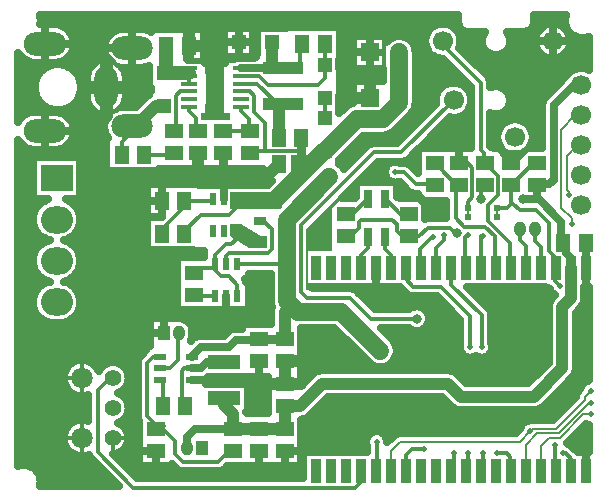
<source format=gbr>
G04 DipTrace 3.3.1.3*
G04 Top.gbr*
%MOIN*%
G04 #@! TF.FileFunction,Copper,L1,Top*
G04 #@! TF.Part,Single*
G04 #@! TA.AperFunction,CopperBalancing*
%ADD13C,0.03937*%
G04 #@! TA.AperFunction,Nonconductor*
%ADD14C,0.012992*%
G04 #@! TA.AperFunction,CopperBalancing*
%ADD15C,0.025984*%
G04 #@! TA.AperFunction,ViaPad*
%ADD18C,0.019685*%
G04 #@! TA.AperFunction,Conductor*
%ADD20C,0.007874*%
%ADD21C,0.047244*%
%ADD22C,0.059055*%
G04 #@! TA.AperFunction,CopperBalancing*
%ADD23C,0.031496*%
G04 #@! TA.AperFunction,Conductor*
%ADD24C,0.011811*%
G04 #@! TA.AperFunction,Nonconductor*
%ADD25C,0.003937*%
G04 #@! TA.AperFunction,CopperBalancing*
%ADD26C,0.025*%
G04 #@! TA.AperFunction,Nonconductor*
%ADD27C,0.043307*%
%ADD28C,0.017717*%
%ADD30R,0.059055X0.051181*%
%ADD31R,0.051181X0.059055*%
%ADD33R,0.047244X0.047244*%
%ADD37R,0.031496X0.062992*%
G04 #@! TA.AperFunction,ComponentPad*
%ADD38O,0.137795X0.07874*%
%ADD39O,0.07874X0.137795*%
%ADD40O,0.141732X0.07874*%
%ADD41C,0.066929*%
%ADD42R,0.066929X0.066929*%
%ADD43R,0.05937X0.05937*%
%ADD44C,0.05937*%
%ADD45R,0.106299X0.090551*%
%ADD46O,0.106299X0.090551*%
%ADD49R,0.03937X0.051181*%
%ADD50O,0.03937X0.051181*%
%ADD53R,0.133858X0.043307*%
%ADD54R,0.106299X0.045276*%
%ADD56R,0.041339X0.025591*%
%ADD57R,0.019685X0.019685*%
%ADD60R,0.043307X0.023622*%
%ADD65R,0.055118X0.011811*%
%ADD66R,0.062992X0.110236*%
%ADD68R,0.023622X0.043307*%
G04 #@! TA.AperFunction,ComponentPad*
%ADD69C,0.055118*%
%ADD70C,0.070866*%
%ADD71R,0.035433X0.07874*%
%ADD72R,0.11811X0.19685*%
G04 #@! TA.AperFunction,ViaPad*
%ADD73C,0.04*%
%FSLAX26Y26*%
G04*
G70*
G90*
G75*
G01*
G04 Top*
%LPD*%
X3507874Y519685D2*
D13*
Y594488D1*
X3559055D1*
X3633858Y669291D1*
X4043307D1*
X4461811Y1055512D2*
Y953937D1*
X4433071Y925197D1*
Y720472D1*
X4338583Y625984D1*
X4094488D1*
X4051181Y669291D1*
X4043307D1*
X3421260Y519685D2*
X3507874D1*
X4461811Y1055512D2*
D15*
Y1089370D1*
X4444882Y1106299D1*
Y1137795D1*
X4437008D1*
X4429134D1*
Y1208661D1*
X4354331Y1283465D1*
X4303150D1*
X4350394Y1330709D2*
Y1283465D1*
X4303150D1*
X3921260Y1161417D2*
D14*
X3897638D1*
X3881890Y1177165D1*
Y1200787D1*
X3866142Y1216535D1*
X3763780D1*
X3755906Y1208661D1*
Y1188976D1*
X3736220Y1169291D1*
X3720472D1*
X3712598Y1161417D1*
X4082677Y1173228D2*
Y1165354D1*
X4059055Y1188976D1*
X3984252D1*
X3956693Y1161417D1*
X3921260D1*
X4177165Y1330709D2*
X4161417D1*
Y1283465D1*
X4350394Y1330709D2*
D15*
X4354331Y1334646D1*
X4390399D1*
X4405512Y1349759D1*
Y1598425D1*
X4470866Y1663780D1*
X4496063D1*
X3425197Y515748D2*
D13*
X3421260Y519685D1*
X3181693Y454134D2*
D15*
Y492839D1*
X3208539Y519685D1*
X3335467D1*
X3307087Y622047D2*
D13*
Y598425D1*
X3335467Y570045D1*
Y519685D1*
X3421260D1*
X4003937Y1157480D2*
D14*
X4000000D1*
X3960630Y1118110D1*
Y1056693D1*
X3961811Y1055512D1*
X4039370Y1165354D2*
Y1149606D1*
X4011811Y1122047D1*
Y1055512D1*
X4511811Y1137795D2*
D15*
Y1055118D1*
X4118110Y1224409D2*
D20*
Y1255906D1*
X3354331Y1807087D2*
D14*
X3326772D1*
X3296369Y1792706D1*
X3256999Y1659726D1*
X3275591Y1656496D1*
X4090551Y1405512D2*
X4118110D1*
X4133858Y1389764D1*
Y1291339D1*
X4118110Y1275591D1*
Y1255906D1*
X4263780Y1405512D2*
X4275591D1*
X4346457Y1476378D1*
Y1649606D1*
X4460630Y1763780D1*
X4496063D1*
X4515748Y496063D2*
D15*
X4511850D1*
Y377480D1*
X3305118Y1283465D2*
D14*
Y1342520D1*
X3397638D1*
X3401575Y1338583D1*
X3507874Y744094D2*
D13*
Y669291D1*
Y818898D2*
D15*
X3511811D1*
X3657480Y1358268D2*
D22*
X3515748Y1216535D1*
Y1175197D1*
Y1066929D1*
Y944882D1*
X3551181Y909449D1*
X3696850D1*
X3826772Y779528D1*
X3350394Y1066929D2*
D14*
X3515748D1*
X3507874Y818898D2*
D13*
Y909449D1*
X3551181D1*
X3507874Y822835D2*
D15*
Y818898D1*
X3199969Y758067D2*
Y762961D1*
X3228346Y791339D1*
X3322835D1*
X3346291Y814795D1*
X3425362D1*
X3421260Y818898D1*
D23*
X3507874D1*
X3948819Y885827D2*
D14*
X3795276D1*
X3724409Y956693D1*
X3582677D1*
X3562992Y976378D1*
Y1196850D1*
X3806362Y1440220D1*
X3896913D1*
X4070866Y1614173D1*
X4118110Y1165354D2*
X4110236Y1157480D1*
Y1090551D1*
X4111811Y1088976D1*
Y1055512D1*
X4165354Y791339D2*
Y897638D1*
X4062992Y1000000D1*
Y1019685D1*
X4061811Y1020866D1*
Y1055512D1*
X4169291Y1161417D2*
X4161811D1*
Y1055512D1*
X3093669Y683264D2*
X3099206D1*
X3102362Y680108D1*
Y594488D1*
X3199969Y720665D2*
D15*
X3228539D1*
X3248031Y740157D1*
X3307087D1*
X3199969Y720665D2*
D14*
X3173421D1*
X3165354Y712598D1*
Y622047D1*
X3177165Y610236D1*
Y594488D1*
X3093669Y758067D2*
X3069091D1*
X3049714Y738690D1*
Y560522D1*
X3082677Y527559D1*
X3106299D1*
X3098425Y519685D1*
X3078740D1*
X3101983D1*
X3142143Y479525D1*
Y436597D1*
X3169291Y409449D1*
X3287402D1*
X3322835Y444882D1*
X3335467D1*
X3188976Y1592520D2*
D24*
Y1578740D1*
D14*
X3212598Y1555118D1*
Y1511811D1*
X3216535Y1515748D1*
X3220472Y1511811D1*
X3000000Y1527559D2*
D13*
X3011811D1*
X3078740Y1594488D1*
X3106299D1*
X3000000Y1527559D2*
D14*
Y1511811D1*
X2964567Y1476378D1*
Y1433071D1*
X3188976Y1643701D2*
D24*
X3159449D1*
D14*
X3145669Y1629921D1*
Y1531496D1*
X3137795Y1523622D1*
Y1511811D1*
X3362205Y1720472D2*
D15*
X3503937D1*
D13*
X3464567D1*
Y1807087D1*
X3503937Y1720472D2*
D14*
X3559055D1*
Y1803150D1*
X3566929D1*
X3362205Y1694882D2*
D24*
X3423228D1*
D14*
X3452756Y1665354D1*
X3618110D1*
X3641732Y1688976D1*
Y1732283D1*
Y1803150D1*
X3503937Y1602362D2*
D13*
X3488189D1*
Y1488189D1*
X3503937Y1602362D2*
D14*
Y1610236D1*
X3476378D1*
X3417323Y1669291D1*
D24*
X3362205D1*
X3562992Y1488189D2*
D23*
Y1444434D1*
Y1401575D1*
X3889761Y1623228D2*
D22*
Y1606297D1*
X3834646Y1551181D1*
X3748031D1*
X3641732Y1444882D1*
D14*
X3633858Y1437008D1*
D22*
X3480315Y1283465D1*
D14*
X3342520D1*
X3562992Y1401575D2*
X3598425D1*
X3641732Y1444882D1*
X3342520Y1283465D2*
Y1251969D1*
X3322835Y1232283D1*
X3228346D1*
X3173228Y1177165D1*
Y1169291D1*
X3889761Y1773622D2*
D22*
Y1623228D1*
X3562992Y1444434D2*
D14*
X3443525D1*
X3399159D1*
X3391732Y1437008D1*
X3362205Y1643701D2*
D24*
X3392255D1*
D14*
X3407176Y1628780D1*
Y1573820D1*
X3443525Y1537471D1*
Y1444434D1*
X3876986Y1374356D2*
X3904185D1*
X3944749Y1333791D1*
X4007874D1*
Y1330709D1*
X3303150Y1511811D2*
X3391732D1*
X3389764D1*
Y1551181D1*
D24*
X3362205Y1578740D1*
Y1592520D1*
X3641732Y1622047D2*
D14*
Y1555118D1*
X3188976Y1694882D2*
D24*
Y1720472D1*
Y1669291D2*
Y1694882D1*
X3114173Y1795276D2*
D21*
Y1712598D1*
X3106299Y1704724D1*
X3188976Y1720472D2*
D14*
Y1704724D1*
D21*
X3106299D1*
X3425197Y1212598D2*
D14*
X3437008D1*
X3464567Y1185039D1*
Y1118110D1*
X3452756Y1106299D1*
X3322835D1*
X3311024Y1094488D1*
Y1066929D1*
X3312992D1*
X3204724Y1039370D2*
X3224409D1*
Y1055118D1*
X3275591D1*
Y1066929D1*
X3342520Y1177165D2*
X3350394D1*
X3389764Y1137795D1*
X3425197D1*
X3350394Y960630D2*
Y1000000D1*
X3322835Y1027559D1*
X3295276D1*
X3275591Y1047244D1*
Y1066929D1*
X3342520Y1177165D2*
Y1145912D1*
X3330466Y1133858D1*
X3311024D1*
X3275591Y1098425D1*
Y1066929D1*
X3098425Y1169291D2*
Y1185039D1*
X3173228Y1259843D1*
Y1279528D1*
X3263780D1*
X3267717Y1283465D1*
X3204724Y964567D2*
Y960630D1*
X3275591D1*
X4350394Y1405512D2*
D20*
X4338583D1*
D14*
X4263780Y1330709D1*
X4216535Y1224409D2*
D20*
Y1255906D1*
X4263780Y1330709D2*
D14*
Y1275591D1*
X4269583Y1269787D1*
X4291339Y1248031D1*
X4346457D1*
X4389764Y1204724D1*
Y1110236D1*
X4405512Y1094488D1*
Y1055512D1*
X4411811D1*
X4216535Y1255906D2*
X4248031D1*
X4261913Y1269787D1*
X4269583D1*
X4425197Y996063D2*
X4409449Y1011811D1*
Y1053150D1*
X4411811Y1055512D1*
X4311850Y377480D2*
D20*
X4311024D1*
Y464567D1*
X4350394Y503937D1*
X4421260D1*
X4523622Y606299D1*
X4527559D1*
X4496063Y1463780D2*
X4483465D1*
X4448819Y1429134D1*
Y1314961D1*
X4456693Y1307087D1*
Y1299213D1*
X4361850Y377480D2*
Y460276D1*
X4389764Y488189D1*
X4425197D1*
X4503937Y566929D1*
X4527559D1*
X4464567Y1200787D2*
Y1220472D1*
X4429134Y1255906D1*
Y1515748D1*
X4477165Y1563780D1*
X4496063D1*
X3862192Y377478D2*
Y444869D1*
X3893701Y476378D1*
X4291339D1*
X4326772Y511811D1*
X4334646Y519685D1*
X4413386D1*
X4507874Y614173D1*
Y625984D1*
X4527559Y645669D1*
X3842520Y1283465D2*
D14*
X3846457D1*
X3893701Y1236220D1*
X3921260D1*
X3787402Y1283465D2*
X3783465D1*
X3736220Y1236220D1*
X3712598D1*
X4125984Y791339D2*
Y893701D1*
X4027559Y992126D1*
X3937008D1*
X3911811Y1017323D1*
Y1055512D1*
X3842520Y1157480D2*
Y1118110D1*
X3861811Y1098819D1*
Y1055512D1*
X3787402Y1157480D2*
Y1122047D1*
X3762151Y1096797D1*
Y1055508D1*
X4035433Y1811024D2*
Y1799213D1*
X4161417Y1673228D1*
Y1448819D1*
X4173228Y1437008D1*
Y1405512D1*
X4177165D1*
X4220472Y1362205D1*
Y1299213D1*
X4185039Y1263780D1*
Y1212598D1*
X4259843Y1137795D1*
Y1057480D1*
X4261811Y1055512D1*
X3039370Y1433071D2*
X3133858D1*
X3137795Y1437008D1*
X4007874Y1405512D2*
X4031496D1*
Y1381890D1*
X4066929Y1346457D1*
Y1330709D1*
X4090551D1*
X4078740D1*
Y1220472D1*
X4106299Y1192913D1*
X4177165D1*
X4208661Y1161417D1*
Y1055512D1*
X4211811D1*
X3972441Y452756D2*
X3933071D1*
X3912192Y431877D1*
Y377478D1*
X4070866Y437008D2*
Y386152D1*
X4062192Y377478D1*
X4118110Y437008D2*
Y383740D1*
X4111850Y377480D1*
X4169291Y437008D2*
Y384921D1*
X4161850Y377480D1*
X4216535Y437008D2*
X4248031D1*
X4259843Y425197D1*
Y379488D1*
X4261850Y377480D1*
X3814961Y476378D2*
Y380247D1*
X3812192Y377478D1*
X3762192D2*
Y340932D1*
X3744094Y322835D1*
X3003937D1*
X2885827Y440945D1*
Y649606D1*
X2924409Y688189D1*
X2935039D1*
X3093669Y720665D2*
X3126177D1*
X3153543Y748031D1*
Y837205D1*
X3154921D1*
X4361811Y1055512D2*
Y1126378D1*
X4342520Y1145669D1*
Y1185039D1*
X4311811Y1055512D2*
Y1129134D1*
X4292520Y1148425D1*
Y1185039D1*
X4411850Y377480D2*
X4409449D1*
Y464567D1*
X4461850Y377480D2*
Y420039D1*
X4444882Y437008D1*
X4437008D1*
D13*
X3657480Y1358268D3*
D73*
X4043307Y669291D3*
X4515748Y496063D3*
D18*
X4169291Y1161417D3*
X4165354Y791339D3*
X4118110Y1165354D3*
X4125984Y791339D3*
X4039370Y1165354D3*
X4003937Y1157480D3*
X4527559Y645669D3*
Y606299D3*
Y566929D3*
X4464567Y1200787D3*
X4456693Y1299213D3*
D13*
X3826772Y779528D3*
D23*
X3948819Y885827D3*
D73*
X4007874Y944882D3*
D23*
X4303150Y1283465D3*
D18*
X3876986Y1374356D3*
D23*
X4161417Y1283465D3*
D18*
X4326772Y511811D3*
D23*
X4082677Y1173228D3*
D73*
X3401575Y598425D3*
X4381890Y976378D3*
X3874016D3*
X3759843D3*
X4141732D3*
X4381890Y767717D3*
X3070866Y370079D3*
D18*
X3263780Y1624016D3*
D73*
X3401575Y921260D3*
Y1338583D3*
Y370079D3*
Y679790D3*
Y997375D3*
X2889764Y1158793D3*
Y1006562D3*
D18*
X4425197Y996063D3*
D73*
X2889764Y837385D3*
Y1311024D3*
X3464567Y1868110D3*
D18*
X3291339Y1624016D3*
X4409449Y464567D3*
X4437008Y437008D3*
X3972441Y452756D3*
X4070866Y437008D3*
X4118110D3*
X4169291D3*
D73*
X3637518Y590551D3*
D18*
X4216535Y437008D3*
D73*
X3637518Y492126D3*
D18*
X3251969Y1775591D3*
D73*
X3921260Y1868110D3*
D18*
X3295276Y1775591D3*
D73*
X4263780Y976378D3*
Y767717D3*
X4480315Y464567D3*
D18*
X3814961Y476378D3*
X3263780Y1578740D3*
X3291339D3*
X3277559Y1600394D3*
X3251969Y1816929D3*
X3295276D3*
X3273622Y1797244D3*
X2696791Y1872080D2*
D26*
X4083559D1*
X4341614D2*
X4441001D1*
X2790018Y1847211D2*
X2943339D1*
X3242374D2*
X3302899D1*
X3695125D2*
X3986635D1*
X4084253D2*
X4098487D1*
X4326722D2*
X4352762D1*
X2804444Y1822343D2*
X2913555D1*
X3242374D2*
X3302899D1*
X3695125D2*
X3733832D1*
X3848853D2*
X3861759D1*
X3917786D2*
X3975260D1*
X4095592D2*
X4164513D1*
X4260696D2*
X4341387D1*
X4461755D2*
X4485892D1*
X2807098Y1797474D2*
X2904081D1*
X3242374D2*
X3302899D1*
X3695125D2*
X3733832D1*
X3941828D2*
X3975727D1*
X4095126D2*
X4165123D1*
X4260050D2*
X4341890D1*
X4461252D2*
X4521597D1*
X2799671Y1772605D2*
X2905014D1*
X3242374D2*
X3302899D1*
X3695125D2*
X3733832D1*
X3947247D2*
X3988466D1*
X4109516D2*
X4183101D1*
X4242108D2*
X4354592D1*
X4448549D2*
X4521597D1*
X2622475Y1747736D2*
X2641302D1*
X2776024D2*
X2888615D1*
X3244348D2*
X3306845D1*
X3693151D2*
X3733832D1*
X3947104D2*
X4039421D1*
X4134383D2*
X4521597D1*
X2622475Y1722867D2*
X2707688D1*
X2796226D2*
X2857038D1*
X3036399D2*
X3054867D1*
X3693151D2*
X3733832D1*
X3947104D2*
X4064289D1*
X4159251D2*
X4521597D1*
X2622475Y1697999D2*
X2683286D1*
X2820627D2*
X2847134D1*
X2979630D2*
X3054867D1*
X3696093D2*
X3832406D1*
X3947104D2*
X4089157D1*
X4184118D2*
X4445774D1*
X2622475Y1673130D2*
X2673454D1*
X2830459D2*
X2846201D1*
X2980563D2*
X3054867D1*
X3696093D2*
X3733832D1*
X3947104D2*
X4114025D1*
X4195709D2*
X4423562D1*
X2622475Y1648261D2*
X2672413D1*
X2831500D2*
X2846201D1*
X2980563D2*
X3059138D1*
X3696093D2*
X3733832D1*
X3947104D2*
X4020475D1*
X4247419D2*
X4398694D1*
X2622475Y1623392D2*
X2679769D1*
X2824180D2*
X2846379D1*
X2980420D2*
X3041518D1*
X3693151D2*
X3733832D1*
X3947247D2*
X4010319D1*
X4261161D2*
X4373970D1*
X2622475Y1598524D2*
X2699039D1*
X2804909D2*
X2853269D1*
X2973493D2*
X3016651D1*
X3693151D2*
X3717864D1*
X3946529D2*
X4007736D1*
X4259367D2*
X4364711D1*
X2622475Y1573655D2*
X2655727D1*
X2761597D2*
X2875734D1*
X3936339D2*
X3982867D1*
X4238843D2*
X4364711D1*
X2795723Y1548786D2*
X2906881D1*
X3912295D2*
X3958000D1*
X4052962D2*
X4127122D1*
X4195709D2*
X4257454D1*
X4293709D2*
X4364711D1*
X2806202Y1523917D2*
X2903400D1*
X3887428D2*
X3933133D1*
X4028094D2*
X4127122D1*
X4195709D2*
X4223651D1*
X4327512D2*
X4364711D1*
X2806058Y1499049D2*
X2909930D1*
X3854164D2*
X3908265D1*
X4003226D2*
X4127122D1*
X4195709D2*
X4214715D1*
X4336448D2*
X4364711D1*
X2795257Y1474180D2*
X2911151D1*
X3751068D2*
X3883396D1*
X3978358D2*
X4127122D1*
X4195709D2*
X4217119D1*
X4334043D2*
X4364711D1*
X2622475Y1449311D2*
X2658024D1*
X2759301D2*
X2911151D1*
X3726201D2*
X3767958D1*
X2622475Y1424442D2*
X2667067D1*
X2828988D2*
X2911151D1*
X3701333D2*
X3743089D1*
X3928623D2*
X3950537D1*
X2622475Y1399573D2*
X2667067D1*
X2828988D2*
X2911151D1*
X3696058D2*
X3718222D1*
X3813184D2*
X3849988D1*
X3926075D2*
X3950537D1*
X2622475Y1374705D2*
X2667067D1*
X2828988D2*
X3434773D1*
X3788316D2*
X3839331D1*
X2622475Y1349836D2*
X2667067D1*
X2828988D2*
X3434773D1*
X3763449D2*
X3849307D1*
X2622475Y1324967D2*
X2667067D1*
X2828988D2*
X3045034D1*
X3886064D2*
X3906076D1*
X2622475Y1300098D2*
X2667067D1*
X2828988D2*
X3045034D1*
X3713713D2*
X3743844D1*
X3886064D2*
X3950537D1*
X2622475Y1275230D2*
X2698429D1*
X2797626D2*
X3045034D1*
X3978610D2*
X4044445D1*
X2622475Y1250361D2*
X2675715D1*
X2820375D2*
X3045034D1*
X3978610D2*
X4044445D1*
X2622475Y1225492D2*
X2667640D1*
X2828413D2*
X3045034D1*
X3978610D2*
X4044445D1*
X2622475Y1200623D2*
X2668896D1*
X2827157D2*
X3045034D1*
X2622475Y1175755D2*
X2680056D1*
X2816034D2*
X3045034D1*
X2622475Y1150886D2*
X2711706D1*
X2784348D2*
X3045034D1*
X2622475Y1126017D2*
X2685260D1*
X2810831D2*
X3045034D1*
X2622475Y1101148D2*
X2670727D1*
X2825328D2*
X3235975D1*
X2622475Y1076280D2*
X2667102D1*
X2828953D2*
X3147377D1*
X2622475Y1051411D2*
X2672593D1*
X2823497D2*
X3147377D1*
X2622475Y1026542D2*
X2690140D1*
X2805915D2*
X3147377D1*
X3390001D2*
X3458420D1*
X2622475Y1001673D2*
X2701694D1*
X2794396D2*
X3147377D1*
X3390001D2*
X3458420D1*
X2622475Y976804D2*
X2676864D1*
X2819192D2*
X3147377D1*
X3390001D2*
X3458420D1*
X3751786D2*
X3904856D1*
X4133665D2*
X4393276D1*
X2622475Y951936D2*
X2667928D1*
X2828127D2*
X3147377D1*
X3390001D2*
X3458420D1*
X3776654D2*
X4020260D1*
X4158533D2*
X4394387D1*
X2622475Y927067D2*
X2668466D1*
X2827625D2*
X3147377D1*
X3390001D2*
X3461399D1*
X3801521D2*
X4045127D1*
X4183400D2*
X4385596D1*
X4500402D2*
X4521597D1*
X2622475Y902198D2*
X2678657D1*
X2817398D2*
X3460394D1*
X3988980D2*
X4069995D1*
X4199333D2*
X4385560D1*
X4480558D2*
X4521597D1*
X2622475Y877329D2*
X2707077D1*
X2788978D2*
X3057415D1*
X3186646D2*
X3460394D1*
X3991492D2*
X4091669D1*
X4199656D2*
X4385560D1*
X4480558D2*
X4521597D1*
X2622475Y852461D2*
X3057415D1*
X3201430D2*
X3336845D1*
X3565224D2*
X3673798D1*
X3833888D2*
X3922403D1*
X3975236D2*
X4091669D1*
X4199656D2*
X4385560D1*
X4480558D2*
X4521597D1*
X2622475Y827592D2*
X3057415D1*
X3565224D2*
X3698665D1*
X3858757D2*
X4091669D1*
X4199656D2*
X4385560D1*
X4480558D2*
X4521597D1*
X2622475Y802723D2*
X3057415D1*
X3565224D2*
X3723533D1*
X3878959D2*
X4090234D1*
X4201127D2*
X4385560D1*
X4480558D2*
X4521597D1*
X2622475Y777854D2*
X3041411D1*
X3565224D2*
X3748400D1*
X3884091D2*
X4091022D1*
X4200302D2*
X4385560D1*
X4480558D2*
X4521597D1*
X2622475Y752986D2*
X3018803D1*
X3565224D2*
X3773269D1*
X3877273D2*
X4385560D1*
X4480558D2*
X4521597D1*
X2622475Y728117D2*
X2783618D1*
X2880159D2*
X2897874D1*
X2972202D2*
X3015395D1*
X3565224D2*
X3805169D1*
X3848350D2*
X4374580D1*
X4480558D2*
X4521597D1*
X2622475Y703248D2*
X2770556D1*
X2988206D2*
X3015395D1*
X3565224D2*
X3601849D1*
X4083213D2*
X4349713D1*
X4477148D2*
X4521597D1*
X2622475Y678379D2*
X2769444D1*
X2989499D2*
X3015395D1*
X3249444D2*
X3450526D1*
X4108223D2*
X4324844D1*
X4457126D2*
X4512196D1*
X2622475Y653510D2*
X2779528D1*
X2977441D2*
X3015395D1*
X3388064D2*
X3450526D1*
X4432257D2*
X4490808D1*
X2622475Y628642D2*
X2817386D1*
X2971592D2*
X3015395D1*
X3388064D2*
X3450526D1*
X4407390D2*
X4476240D1*
X2622475Y603773D2*
X2851512D1*
X2988063D2*
X3015395D1*
X3388064D2*
X3450526D1*
X3634480D2*
X4050581D1*
X4382522D2*
X4453597D1*
X2622475Y578904D2*
X2851512D1*
X2989570D2*
X3015395D1*
X3388064D2*
X3450526D1*
X3609613D2*
X4428728D1*
X2622475Y554035D2*
X2851512D1*
X2977908D2*
X3016076D1*
X3581264D2*
X4403861D1*
X2622475Y529167D2*
X2784551D1*
X2970946D2*
X3021387D1*
X3565224D2*
X4293697D1*
X2622475Y504298D2*
X2770808D1*
X2987883D2*
X3021387D1*
X3565224D2*
X3791102D1*
X3838804D2*
X3882500D1*
X4485151D2*
X4521597D1*
X2622475Y479429D2*
X2769265D1*
X2989677D2*
X3021387D1*
X3565224D2*
X3777430D1*
X4460283D2*
X4521597D1*
X2622475Y454560D2*
X2778810D1*
X2978339D2*
X3021387D1*
X3565224D2*
X3780660D1*
X4474816D2*
X4521597D1*
X2622475Y429692D2*
X2813008D1*
X2944571D2*
X3021387D1*
X2622475Y404823D2*
X2874478D1*
X2969438D2*
X3021387D1*
X2683012Y379954D2*
X2899345D1*
X2994307D2*
X3154877D1*
X3301798D2*
X3566647D1*
X2695678Y355085D2*
X2924213D1*
X3019175D2*
X3566647D1*
X2695751Y330217D2*
X2949080D1*
X3462222Y869799D2*
X3462904D1*
X3463017Y912979D1*
X3464121Y919953D1*
X3465084Y923896D1*
X3462424Y932080D1*
X3461079Y940579D1*
X3460909Y963255D1*
Y1035131D1*
X3387534Y1035122D1*
X3387516Y1019965D1*
X3375136D1*
X3377514Y1016619D1*
X3379780Y1012172D1*
X3380647Y1009820D1*
X3386762Y1007594D1*
X3387516D1*
Y913665D1*
X3149886D1*
Y1090272D1*
X3238484D1*
X3238469Y1112820D1*
X3206702Y1112906D1*
X3202833Y1113518D1*
X3200938Y1114052D1*
X3196571Y1114453D1*
X3047524D1*
Y1224130D1*
X3092559D1*
X3092371Y1224689D1*
X3047524D1*
Y1334366D1*
X3224130D1*
Y1332034D1*
X3249991Y1331976D1*
X3253860Y1331364D1*
X3258154Y1330429D1*
X3317085Y1330471D1*
X3320864Y1331698D1*
X3324786Y1332320D1*
X3451705Y1332398D1*
X3466024Y1346727D1*
X3437287Y1346736D1*
Y1386101D1*
X3090270Y1386106D1*
X3090272Y1378232D1*
X2913665D1*
Y1487909D1*
X2919371D1*
X2915323Y1493764D1*
X2910715Y1502807D1*
X2907579Y1512459D1*
X2905991Y1522484D1*
Y1532634D1*
X2907579Y1542659D1*
X2910715Y1552311D1*
X2915323Y1561354D1*
X2916656Y1563350D1*
X2908430Y1563462D1*
X2901150Y1564440D1*
X2894028Y1566236D1*
X2887156Y1568829D1*
X2880622Y1572184D1*
X2874510Y1576259D1*
X2868900Y1580999D1*
X2863864Y1586345D1*
X2859466Y1592228D1*
X2855762Y1598572D1*
X2852803Y1605294D1*
X2850625Y1612310D1*
X2849256Y1619526D1*
X2848711Y1627949D1*
X2848856Y1691415D1*
X2849770Y1698702D1*
X2851507Y1705839D1*
X2854041Y1712734D1*
X2857340Y1719295D1*
X2861362Y1725442D1*
X2866055Y1731092D1*
X2871358Y1736175D1*
X2877203Y1740622D1*
X2883516Y1744379D1*
X2890213Y1747395D1*
X2897209Y1749634D1*
X2904413Y1751063D1*
X2911734Y1751668D1*
X2916552Y1751677D1*
X2912849Y1758021D1*
X2909890Y1764743D1*
X2907711Y1771759D1*
X2906343Y1778975D1*
X2905801Y1786299D1*
X2906093Y1793639D1*
X2907215Y1800898D1*
X2909154Y1807983D1*
X2911882Y1814802D1*
X2915366Y1821268D1*
X2919562Y1827298D1*
X2924413Y1832812D1*
X2929858Y1837741D1*
X2935828Y1842022D1*
X2942244Y1845597D1*
X2949024Y1848423D1*
X2956080Y1850461D1*
X2963323Y1851686D1*
X2972310Y1852083D1*
X3033385Y1851967D1*
X3040680Y1851114D1*
X3047831Y1849438D1*
X3054747Y1846963D1*
X3061337Y1843720D1*
X3063270Y1842579D1*
X3063272Y1850114D1*
X3239878D1*
Y1751684D1*
X3241846Y1751689D1*
Y1736940D1*
X3309333Y1736925D1*
X3309335Y1751689D1*
X3340016D1*
X3344815Y1754601D1*
X3350369Y1756902D1*
X3355463Y1758155D1*
X3305398Y1758154D1*
Y1856020D1*
X3403264D1*
Y1758781D1*
X3411689Y1758776D1*
X3411697Y1767437D1*
X3415609D1*
X3415634Y1856020D1*
X3513500D1*
Y1855697D1*
X3516028Y1857988D1*
X3692634D1*
Y1748311D1*
X3690660D1*
X3690665Y1721182D1*
X3693602Y1721161D1*
Y1629232D1*
X3690696D1*
X3690665Y1571361D1*
X3712416Y1592881D1*
X3719378Y1597938D1*
X3727046Y1601845D1*
X3735247Y1604508D1*
X3736345Y1604978D1*
Y1678224D1*
X3834923Y1678346D1*
Y1718644D1*
X3736345Y1718626D1*
Y1828618D1*
X3846337D1*
Y1807367D1*
X3850873Y1812510D1*
X3857436Y1818114D1*
X3864794Y1822623D1*
X3872766Y1825927D1*
X3881157Y1827941D1*
X3889761Y1828618D1*
X3898365Y1827941D1*
X3906756Y1825927D1*
X3914728Y1822623D1*
X3922087Y1818114D1*
X3928650Y1812510D1*
X3934253Y1805948D1*
X3938762Y1798589D1*
X3942066Y1790617D1*
X3944080Y1782226D1*
X3944757Y1773622D1*
X3944600Y1746063D1*
X3944757Y1623228D1*
X3944600Y1606297D1*
X3943925Y1597718D1*
X3941916Y1589350D1*
X3938623Y1581400D1*
X3934126Y1574063D1*
X3928538Y1567520D1*
X3870261Y1509482D1*
X3863299Y1504424D1*
X3855631Y1500517D1*
X3847448Y1497858D1*
X3838949Y1496512D1*
X3816273Y1496343D1*
X3770736D1*
X3690667Y1416262D1*
X3690665Y1401928D1*
X3696257Y1397045D1*
X3701845Y1390501D1*
X3705610Y1384470D1*
X3785705Y1464407D1*
X3789743Y1467341D1*
X3794190Y1469606D1*
X3798937Y1471148D1*
X3803866Y1471929D1*
X3870667Y1472028D1*
X3883764D1*
X4013446Y1601735D1*
X4012272Y1609562D1*
Y1618785D1*
X4013714Y1627894D1*
X4016564Y1636665D1*
X4020752Y1644883D1*
X4026173Y1652345D1*
X4032694Y1658866D1*
X4040156Y1664287D1*
X4048374Y1668475D1*
X4057146Y1671325D1*
X4066255Y1672768D1*
X4075478D1*
X4084587Y1671325D1*
X4093358Y1668475D1*
X4101576Y1664287D1*
X4109038Y1658866D1*
X4115559Y1652345D1*
X4120980Y1644883D1*
X4125168Y1636665D1*
X4128018Y1627894D1*
X4129461Y1618785D1*
X4129610Y1604987D1*
Y1612272D1*
X4128919Y1604979D1*
X4126765Y1596010D1*
X4123236Y1587490D1*
X4118416Y1579626D1*
X4112427Y1572613D1*
X4105413Y1566623D1*
X4097550Y1561803D1*
X4089029Y1558274D1*
X4080060Y1556121D1*
X4070866Y1555398D1*
X4061672Y1556121D1*
X4058436Y1556765D1*
X3958089Y1456413D1*
X4129612D1*
X4129614Y1660050D1*
X4037324Y1752323D1*
X4030822Y1752429D1*
X4021713Y1753871D1*
X4012941Y1756722D1*
X4004723Y1760909D1*
X3997261Y1766331D1*
X3990740Y1772852D1*
X3985319Y1780314D1*
X3981131Y1788531D1*
X3978281Y1797303D1*
X3976839Y1806412D1*
Y1815635D1*
X3978281Y1824744D1*
X3981131Y1833516D1*
X3985319Y1841734D1*
X3990740Y1849196D1*
X3997261Y1855717D1*
X4004723Y1861138D1*
X4012941Y1865325D1*
X4021713Y1868176D1*
X4030822Y1869618D1*
X4040045D1*
X4049154Y1868176D1*
X4057925Y1865325D1*
X4066143Y1861138D1*
X4073605Y1855717D1*
X4080126Y1849196D1*
X4085547Y1841734D1*
X4089735Y1833516D1*
X4092585Y1824744D1*
X4094028Y1815635D1*
Y1806412D1*
X4092585Y1797303D1*
X4090102Y1789529D1*
X4185604Y1693886D1*
X4188538Y1689848D1*
X4190803Y1685400D1*
X4192345Y1680654D1*
X4193126Y1675724D1*
X4193224Y1656972D1*
X4198085Y1658839D1*
X4205252Y1660559D1*
X4212598Y1661138D1*
X4219945Y1660559D1*
X4227112Y1658839D1*
X4233920Y1656018D1*
X4240203Y1652168D1*
X4245807Y1647382D1*
X4250593Y1641778D1*
X4254444Y1635495D1*
X4257264Y1628686D1*
X4258984Y1621520D1*
X4259563Y1614173D1*
X4258984Y1606827D1*
X4257264Y1599660D1*
X4254444Y1592852D1*
X4250593Y1586568D1*
X4245807Y1580965D1*
X4240203Y1576178D1*
X4233920Y1572328D1*
X4227112Y1569508D1*
X4219945Y1567787D1*
X4212598Y1567209D1*
X4205252Y1567787D1*
X4198085Y1569508D1*
X4193226Y1571429D1*
X4193357Y1461861D1*
X4197421Y1457657D1*
X4205004Y1456413D1*
X4228966Y1456403D1*
X4225476Y1461416D1*
X4221289Y1469634D1*
X4218438Y1478406D1*
X4216996Y1487514D1*
Y1496738D1*
X4218438Y1505846D1*
X4221289Y1514618D1*
X4225476Y1522836D1*
X4230898Y1530298D1*
X4237419Y1536819D1*
X4244881Y1542240D1*
X4253098Y1546428D1*
X4261870Y1549278D1*
X4270979Y1550720D1*
X4280202D1*
X4289311Y1549278D1*
X4298083Y1546428D1*
X4306301Y1542240D1*
X4313762Y1536819D1*
X4320283Y1530298D1*
X4325705Y1522836D1*
X4329892Y1514618D1*
X4332743Y1505846D1*
X4334185Y1496738D1*
Y1487514D1*
X4332743Y1478406D1*
X4329892Y1469634D1*
X4325705Y1461416D1*
X4322215Y1456403D1*
X4367215Y1456413D1*
X4367327Y1601430D1*
X4368266Y1607367D1*
X4370125Y1613083D1*
X4372853Y1618438D1*
X4376386Y1623301D1*
X4410906Y1657988D1*
X4443790Y1690871D1*
X4448513Y1698327D1*
X4454503Y1705340D1*
X4461516Y1711329D1*
X4469379Y1716150D1*
X4477900Y1719678D1*
X4486869Y1721832D1*
X4496063Y1722555D1*
X4505257Y1721832D1*
X4514226Y1719678D1*
X4522747Y1716150D1*
X4524084Y1715400D1*
X4524091Y1826510D1*
X4517554Y1823927D1*
X4508887Y1821845D1*
X4500000Y1821146D1*
X4491113Y1821845D1*
X4482446Y1823927D1*
X4474210Y1827337D1*
X4466610Y1831995D1*
X4459831Y1837783D1*
X4454042Y1844563D1*
X4449385Y1852163D1*
X4445974Y1860399D1*
X4443892Y1869066D1*
X4443193Y1877953D1*
X4443892Y1886840D1*
X4445974Y1895507D1*
X4446510Y1896962D1*
X4339264Y1896949D1*
X4339185Y1872546D1*
X4337000Y1862156D1*
X4335664Y1859534D1*
X4330184Y1851609D1*
X4327950Y1849701D1*
X4319853Y1844478D1*
X4317059Y1843570D1*
X4307087Y1841831D1*
X4248058D1*
X4252642Y1835563D1*
X4255988Y1828996D1*
X4258265Y1821987D1*
X4259419Y1814709D1*
Y1807339D1*
X4258265Y1800060D1*
X4255988Y1793051D1*
X4252642Y1786484D1*
X4248311Y1780522D1*
X4243100Y1775311D1*
X4237138Y1770980D1*
X4230571Y1767634D1*
X4223562Y1765357D1*
X4216283Y1764203D1*
X4208913D1*
X4201635Y1765357D1*
X4194626Y1767634D1*
X4188059Y1770980D1*
X4182097Y1775311D1*
X4176886Y1780522D1*
X4172555Y1786484D1*
X4169209Y1793051D1*
X4166932Y1800060D1*
X4165778Y1807339D1*
Y1814709D1*
X4166932Y1821987D1*
X4169209Y1828996D1*
X4172555Y1835563D1*
X4177169Y1841832D1*
X4116640Y1841917D1*
X4106253Y1844101D1*
X4103634Y1845434D1*
X4095703Y1850917D1*
X4093795Y1853152D1*
X4088572Y1861249D1*
X4087664Y1864043D1*
X4085925Y1874016D1*
Y1896946D1*
X2691299Y1896949D1*
X2693033Y1891214D1*
X2694428Y1882409D1*
Y1873496D1*
X2693701Y1867831D1*
X2744014Y1867715D1*
X2751310Y1866862D1*
X2758461Y1865186D1*
X2765377Y1862711D1*
X2771967Y1859469D1*
X2778147Y1855499D1*
X2783837Y1850854D1*
X2788965Y1845594D1*
X2793462Y1839787D1*
X2797272Y1833508D1*
X2800345Y1826836D1*
X2802643Y1819860D1*
X2804134Y1812668D1*
X2804801Y1805353D1*
X2804604Y1797644D1*
X2803564Y1790373D1*
X2801707Y1783266D1*
X2799055Y1776417D1*
X2795646Y1769912D1*
X2791518Y1763835D1*
X2786731Y1758265D1*
X2781341Y1753274D1*
X2775421Y1748927D1*
X2769046Y1745278D1*
X2762299Y1742377D1*
X2755265Y1740257D1*
X2748038Y1738950D1*
X2740157Y1738469D1*
X2672210Y1738659D1*
X2664929Y1739636D1*
X2657807Y1741433D1*
X2650936Y1744026D1*
X2644402Y1747381D1*
X2638290Y1751455D1*
X2632680Y1756196D1*
X2627643Y1761542D1*
X2623245Y1767425D1*
X2619954Y1772988D1*
X2619957Y1541959D1*
X2624071Y1548752D1*
X2628601Y1554533D1*
X2633759Y1559764D1*
X2639475Y1564377D1*
X2645677Y1568310D1*
X2652286Y1571516D1*
X2659215Y1573951D1*
X2666377Y1575587D1*
X2673677Y1576398D1*
X2712073Y1576492D1*
X2745846Y1576241D1*
X2753114Y1575181D1*
X2760215Y1573303D1*
X2767058Y1570633D1*
X2773554Y1567203D1*
X2779618Y1563060D1*
X2785175Y1558256D1*
X2790150Y1552853D1*
X2794480Y1546920D1*
X2798110Y1540534D1*
X2800993Y1533780D1*
X2803092Y1526740D1*
X2804379Y1519508D1*
X2804839Y1511811D1*
X2804421Y1504478D1*
X2803176Y1497239D1*
X2801117Y1490188D1*
X2798273Y1483416D1*
X2794678Y1477010D1*
X2790382Y1471054D1*
X2785437Y1465622D1*
X2779908Y1460786D1*
X2773867Y1456609D1*
X2767391Y1453143D1*
X2760564Y1450433D1*
X2753474Y1448516D1*
X2746211Y1447413D1*
X2738320Y1447130D1*
X2672210Y1447320D1*
X2664929Y1448298D1*
X2657807Y1450094D1*
X2650936Y1452688D1*
X2644402Y1456042D1*
X2638290Y1460117D1*
X2632680Y1464857D1*
X2627643Y1470203D1*
X2623245Y1476087D1*
X2619954Y1481650D1*
X2619957Y396463D1*
X2628908Y398627D1*
X2637795Y399327D1*
X2646682Y398627D1*
X2655349Y396546D1*
X2663585Y393135D1*
X2671185Y388478D1*
X2677965Y382689D1*
X2683753Y375909D1*
X2688411Y368310D1*
X2691822Y360073D1*
X2693903Y351407D1*
X2694602Y342520D1*
X2693903Y333633D1*
X2692526Y327465D1*
X2954349Y327461D1*
X2861640Y420287D1*
X2858706Y424325D1*
X2856441Y428773D1*
X2855051Y432034D1*
X2848105Y429650D1*
X2840921Y428119D1*
X2833605Y427469D1*
X2826265Y427706D1*
X2819007Y428827D1*
X2811936Y430816D1*
X2805157Y433643D1*
X2798769Y437269D1*
X2792866Y441638D1*
X2787533Y446688D1*
X2782849Y452345D1*
X2778881Y458525D1*
X2775689Y465139D1*
X2773318Y472091D1*
X2771803Y479278D1*
X2771167Y486594D1*
X2771419Y493936D1*
X2772554Y501192D1*
X2774556Y508257D1*
X2777398Y515030D1*
X2781035Y521411D1*
X2785417Y527306D1*
X2790478Y532629D1*
X2796143Y537302D1*
X2802332Y541257D1*
X2808953Y544436D1*
X2815909Y546793D1*
X2823098Y548294D1*
X2830417Y548915D1*
X2837757Y548650D1*
X2845010Y547499D1*
X2852073Y545482D1*
X2854016Y544757D1*
X2854020Y631597D1*
X2846327Y629185D1*
X2839100Y627874D1*
X2831768Y627445D1*
X2824438Y627904D1*
X2817217Y629244D1*
X2810210Y631445D1*
X2803520Y634476D1*
X2797245Y638293D1*
X2791476Y642840D1*
X2786298Y648049D1*
X2781787Y653844D1*
X2778008Y660142D1*
X2775017Y666850D1*
X2772857Y673870D1*
X2771560Y681098D1*
X2771146Y688432D1*
X2771619Y695761D1*
X2772974Y702980D1*
X2775190Y709982D1*
X2778235Y716667D1*
X2782063Y722933D1*
X2786621Y728693D1*
X2791840Y733861D1*
X2797646Y738360D1*
X2803950Y742126D1*
X2810664Y745104D1*
X2817689Y747249D1*
X2824920Y748531D1*
X2832255Y748932D1*
X2839583Y748444D1*
X2846798Y747075D1*
X2853797Y744845D1*
X2860474Y741787D1*
X2866734Y737946D1*
X2872484Y733377D1*
X2877642Y728147D1*
X2882130Y722333D1*
X2885883Y716020D1*
X2887799Y711919D1*
X2892266Y719265D1*
X2897655Y725573D1*
X2903963Y730962D1*
X2911037Y735297D1*
X2918702Y738471D1*
X2926769Y740408D1*
X2935039Y741059D1*
X2943310Y740408D1*
X2951377Y738471D1*
X2959042Y735297D1*
X2966115Y730962D1*
X2972424Y725573D1*
X2977812Y719265D1*
X2982147Y712192D1*
X2985322Y704526D1*
X2987259Y696459D1*
X2987909Y688189D1*
X2987259Y679919D1*
X2985322Y671852D1*
X2982147Y664186D1*
X2977812Y657113D1*
X2972424Y650804D1*
X2966115Y645416D1*
X2959042Y641081D1*
X2952184Y638203D1*
X2959042Y635297D1*
X2966115Y630962D1*
X2972424Y625573D1*
X2977812Y619265D1*
X2982147Y612192D1*
X2985322Y604526D1*
X2987259Y596459D1*
X2987909Y588189D1*
X2987259Y579919D1*
X2985322Y571852D1*
X2982147Y564186D1*
X2977812Y557113D1*
X2972424Y550804D1*
X2966115Y545416D1*
X2959042Y541081D1*
X2952184Y538203D1*
X2958769Y535434D1*
X2965087Y531690D1*
X2970824Y527108D1*
X2975871Y521774D1*
X2980131Y515793D1*
X2983521Y509280D1*
X2985975Y502358D1*
X2987448Y495164D1*
X2987909Y488189D1*
X2987399Y480864D1*
X2985879Y473680D1*
X2983379Y466776D1*
X2979945Y460283D1*
X2975646Y454331D1*
X2970563Y449031D1*
X2964795Y444487D1*
X2958453Y440786D1*
X2951659Y437999D1*
X2944545Y436180D1*
X2937247Y435365D1*
X2936408Y435345D1*
X3017096Y354657D1*
X3569148Y354642D1*
X3569164Y442159D1*
X3783146D1*
X3783154Y461381D1*
X3780778Y468172D1*
X3779916Y473619D1*
Y479136D1*
X3780778Y484584D1*
X3782483Y489831D1*
X3784987Y494745D1*
X3788230Y499209D1*
X3792130Y503109D1*
X3796593Y506352D1*
X3801508Y508856D1*
X3806755Y510560D1*
X3812202Y511423D1*
X3817719D1*
X3823167Y510560D1*
X3828413Y508856D1*
X3833328Y506352D1*
X3837791Y503109D1*
X3841692Y499209D1*
X3844934Y494745D1*
X3847438Y489831D1*
X3849143Y484584D1*
X3850005Y479136D1*
X3850024Y474062D1*
X3874706Y498618D1*
X3878419Y501316D1*
X3882508Y503400D1*
X3886873Y504818D1*
X3891406Y505535D1*
X3976378Y505626D1*
X4279205D1*
X4292301Y518703D1*
X4294294Y525264D1*
X4296798Y530178D1*
X4300041Y534642D1*
X4303941Y538542D1*
X4308404Y541785D1*
X4313319Y544289D1*
X4318566Y545993D1*
X4323745Y546824D1*
X4327818Y548125D1*
X4332350Y548843D1*
X4401282Y548933D1*
X4478646Y626308D1*
X4478986Y630559D1*
X4480058Y635022D1*
X4481814Y639262D1*
X4484211Y643176D1*
X4487193Y646665D1*
X4493105Y652577D1*
X4495081Y659122D1*
X4497585Y664037D1*
X4500828Y668500D1*
X4504728Y672400D1*
X4509192Y675643D1*
X4514106Y678147D1*
X4519353Y679852D1*
X4524084Y680630D1*
X4524091Y990408D1*
X4506804Y990437D1*
X4506668Y950407D1*
X4505564Y943433D1*
X4503382Y936718D1*
X4500177Y930427D1*
X4496026Y924714D1*
X4478073Y906566D1*
X4477928Y716942D1*
X4476824Y709969D1*
X4474642Y703253D1*
X4471437Y696962D1*
X4467286Y691249D1*
X4445400Y669168D1*
X4367806Y591769D1*
X4362093Y587619D1*
X4355802Y584413D1*
X4349087Y582231D1*
X4342113Y581127D1*
X4311024Y580988D1*
X4090958Y581127D1*
X4083984Y582231D1*
X4077269Y584413D1*
X4070978Y587619D1*
X4065265Y591769D1*
X4043184Y613655D1*
X4032552Y624286D1*
X3652492Y624295D1*
X3588278Y560273D1*
X3582566Y556122D1*
X3576274Y552917D1*
X3569559Y550735D1*
X3562713Y549665D1*
Y393980D1*
X3316923D1*
X3308059Y385262D1*
X3304021Y382329D1*
X3299573Y380063D1*
X3294827Y378521D1*
X3289898Y377740D1*
X3223097Y377642D1*
X3166795Y377740D1*
X3161866Y378521D1*
X3157119Y380063D1*
X3152672Y382329D1*
X3148634Y385262D1*
X3133580Y400177D1*
X3133579Y393980D1*
X3023902D1*
Y541951D1*
X3021374Y546083D1*
X3019463Y550693D1*
X3018298Y555546D1*
X3017907Y560522D1*
X3018005Y741186D1*
X3018786Y746115D1*
X3020328Y750862D1*
X3022593Y755310D1*
X3025528Y759348D1*
X3046606Y780564D1*
X3046705Y795189D1*
X3059946D1*
X3059925Y888106D1*
X3149917D1*
Y887827D1*
X3154921Y888106D1*
X3161961Y887552D1*
X3168825Y885904D1*
X3175349Y883202D1*
X3181369Y879513D1*
X3186739Y874928D1*
X3191324Y869558D1*
X3195013Y863538D1*
X3197715Y857014D1*
X3199364Y850150D1*
X3199917Y843110D1*
X3199778Y827769D1*
X3198675Y820795D1*
X3196492Y814080D1*
X3196129Y813290D1*
X3203471Y820465D1*
X3208333Y823997D1*
X3213689Y826726D1*
X3219404Y828584D1*
X3225341Y829524D1*
X3274278Y829642D1*
X3306969D1*
X3321416Y843921D1*
X3326278Y847454D1*
X3331634Y850182D1*
X3337349Y852041D1*
X3343286Y852980D1*
X3366423Y853098D1*
X3366421Y869799D1*
X3462222D1*
X3562713Y854621D2*
Y661781D1*
X3604635Y703507D1*
X3610348Y707657D1*
X3616639Y710862D1*
X3623354Y713045D1*
X3630328Y714148D1*
X3661417Y714287D1*
X4039752Y714463D1*
X4046862D1*
X4054711Y714148D1*
X4061685Y713045D1*
X4068400Y710862D1*
X4074692Y707656D1*
X4080404Y703507D1*
X4102486Y681621D1*
X4113117Y670990D1*
X4319949Y670980D1*
X4388089Y739125D1*
X4388214Y928727D1*
X4389318Y935701D1*
X4391500Y942416D1*
X4394705Y948707D1*
X4398856Y954420D1*
X4409043Y964803D1*
X4404534Y967623D1*
X4400340Y971206D1*
X4396757Y975400D1*
X4393875Y980104D1*
X4392163Y984118D1*
X4386951Y989327D1*
X4377280Y990831D1*
X4117125D1*
X4189541Y918295D1*
X4192474Y914257D1*
X4194740Y909810D1*
X4196282Y905063D1*
X4197063Y900134D1*
X4197161Y833333D1*
Y806312D1*
X4198787Y802202D1*
X4200075Y796837D1*
X4200508Y791339D1*
X4200075Y785840D1*
X4198787Y780475D1*
X4196676Y775379D1*
X4193794Y770676D1*
X4190211Y766482D1*
X4186017Y762899D1*
X4181314Y760017D1*
X4176218Y757906D1*
X4170853Y756618D1*
X4165354Y756185D1*
X4159856Y756618D1*
X4154491Y757906D1*
X4149395Y760017D1*
X4145686Y762234D1*
X4141944Y760017D1*
X4136848Y757906D1*
X4131483Y756618D1*
X4125984Y756185D1*
X4120486Y756618D1*
X4115121Y757906D1*
X4110025Y760017D1*
X4105322Y762899D1*
X4101127Y766482D1*
X4097545Y770676D1*
X4094663Y775379D1*
X4092551Y780475D1*
X4091264Y785840D1*
X4090831Y791339D1*
X4091264Y796837D1*
X4092551Y802202D1*
X4094180Y806251D1*
X4094177Y880510D1*
X4014406Y960298D1*
X3934512Y960417D1*
X3929583Y961198D1*
X3924836Y962740D1*
X3920388Y965007D1*
X3916350Y967940D1*
X3893312Y990840D1*
X3594786Y990827D1*
X3601050Y988500D1*
X3726906Y988402D1*
X3731835Y987621D1*
X3736581Y986079D1*
X3741029Y983812D1*
X3745067Y980879D1*
X3792370Y933714D1*
X3808432Y917652D1*
X3922844Y917634D1*
X3927366Y920836D1*
X3933106Y923760D1*
X3939234Y925752D1*
X3945597Y926760D1*
X3952041D1*
X3958404Y925752D1*
X3964531Y923760D1*
X3970272Y920836D1*
X3975484Y917049D1*
X3980041Y912492D1*
X3983828Y907280D1*
X3986752Y901539D1*
X3988744Y895412D1*
X3989752Y889049D1*
Y882605D1*
X3988744Y876241D1*
X3986752Y870114D1*
X3983828Y864374D1*
X3980041Y859161D1*
X3975484Y854605D1*
X3970272Y850818D1*
X3964531Y847894D1*
X3958404Y845902D1*
X3952041Y844894D1*
X3945597D1*
X3939234Y845902D1*
X3933106Y847894D1*
X3927366Y850818D1*
X3922895Y854021D1*
X3829862Y854020D1*
X3868471Y815143D1*
X3873529Y808181D1*
X3877436Y800513D1*
X3880096Y792329D1*
X3881441Y783831D1*
Y775224D1*
X3880096Y766726D1*
X3877436Y758542D1*
X3873529Y750874D1*
X3868471Y743912D1*
X3862387Y737828D1*
X3855425Y732770D1*
X3847757Y728864D1*
X3839573Y726203D1*
X3831075Y724858D1*
X3822469D1*
X3813970Y726203D1*
X3805786Y728864D1*
X3798118Y732770D1*
X3791156Y737828D1*
X3775004Y753743D1*
X3674142Y854604D1*
X3562680Y854610D1*
X3453039Y693193D2*
X3385549D1*
X3385547Y692209D1*
X3254176D1*
X3248542Y688001D1*
X3246933Y684297D1*
X3246999Y669996D1*
X3385547D1*
Y574098D1*
X3380273D1*
X3381678Y570587D1*
X3453010D1*
X3453035Y693194D1*
X3061657Y1655791D2*
X3057366D1*
Y1729030D1*
X3049934Y1726024D1*
X3042844Y1724106D1*
X3035581Y1723004D1*
X3027690Y1722720D1*
X2967257Y1722802D1*
X2971339Y1715731D1*
X2974222Y1708976D1*
X2976320Y1701937D1*
X2977608Y1694705D1*
X2978067Y1687008D1*
X2977832Y1622448D1*
X2976793Y1615176D1*
X2974936Y1608070D1*
X2972283Y1601220D1*
X2968874Y1594715D1*
X2967256Y1592163D1*
X3012852Y1592240D1*
X3049517Y1628703D1*
X3055241Y1632861D1*
X3057366Y1637419D1*
Y1643421D1*
X3061636D1*
X3061647Y1655773D1*
X3751403Y1340272D2*
X3868385D1*
X3863533Y1341878D1*
X3858618Y1344382D1*
X3854155Y1347625D1*
X3850255Y1351525D1*
X3847012Y1355988D1*
X3844508Y1360903D1*
X3842803Y1366150D1*
X3841941Y1371597D1*
Y1377114D1*
X3842803Y1382562D1*
X3844508Y1387808D1*
X3847012Y1392723D1*
X3850255Y1397186D1*
X3854155Y1401087D1*
X3858618Y1404329D1*
X3863533Y1406833D1*
X3868333Y1408412D1*
X3819512Y1408413D1*
X3751387Y1340262D1*
X3746343Y1327707D1*
Y1335207D1*
X3698253Y1287130D1*
X3742123Y1287122D1*
X3746335Y1291318D1*
X3746343Y1327707D1*
X3883579Y1339804D2*
Y1291290D1*
X3893980Y1287122D1*
X3953010D1*
X3953035Y1302020D1*
X3942253Y1302083D1*
X3937324Y1302864D1*
X3932577Y1304406D1*
X3928130Y1306672D1*
X3924092Y1309605D1*
X3891328Y1342231D1*
X3885192Y1340173D1*
X3883573Y1339852D1*
X2829322Y1651392D2*
X2828605Y1645343D1*
X2827416Y1639367D1*
X2825762Y1633503D1*
X2823654Y1627787D1*
X2821104Y1622255D1*
X2818126Y1616938D1*
X2814741Y1611873D1*
X2810970Y1607088D1*
X2806835Y1602614D1*
X2802361Y1598479D1*
X2797576Y1594707D1*
X2792510Y1591323D1*
X2787194Y1588345D1*
X2781661Y1585795D1*
X2775946Y1583686D1*
X2770081Y1582033D1*
X2764106Y1580844D1*
X2758056Y1580127D1*
X2751969Y1579888D1*
X2745881Y1580127D1*
X2739831Y1580844D1*
X2733856Y1582033D1*
X2727991Y1583686D1*
X2722276Y1585795D1*
X2716743Y1588345D1*
X2711427Y1591323D1*
X2706361Y1594707D1*
X2701576Y1598479D1*
X2697102Y1602614D1*
X2692967Y1607088D1*
X2689196Y1611873D1*
X2685811Y1616938D1*
X2682833Y1622255D1*
X2680283Y1627787D1*
X2678175Y1633503D1*
X2676521Y1639367D1*
X2675332Y1645343D1*
X2674615Y1651392D1*
X2674377Y1657480D1*
X2674615Y1663568D1*
X2675332Y1669618D1*
X2676521Y1675593D1*
X2678175Y1681458D1*
X2680283Y1687173D1*
X2682833Y1692706D1*
X2685811Y1698022D1*
X2689196Y1703088D1*
X2692967Y1707873D1*
X2697102Y1712346D1*
X2701576Y1716482D1*
X2706361Y1720253D1*
X2711427Y1723638D1*
X2716743Y1726615D1*
X2722276Y1729165D1*
X2727991Y1731274D1*
X2733856Y1732928D1*
X2739831Y1734117D1*
X2745881Y1734833D1*
X2751969Y1735072D1*
X2758056Y1734833D1*
X2764106Y1734117D1*
X2770081Y1732928D1*
X2775946Y1731274D1*
X2781661Y1729165D1*
X2787194Y1726615D1*
X2792510Y1723638D1*
X2797576Y1720253D1*
X2802361Y1716482D1*
X2806835Y1712346D1*
X2810970Y1707873D1*
X2814741Y1703088D1*
X2818126Y1698022D1*
X2821104Y1692706D1*
X2823654Y1687173D1*
X2825762Y1681458D1*
X2827416Y1675593D1*
X2828605Y1669618D1*
X2829322Y1663568D1*
X2829560Y1657480D1*
X2829322Y1651392D1*
X4460322Y1809186D2*
X4459634Y1801874D1*
X4458039Y1794706D1*
X4455564Y1787791D1*
X4452245Y1781239D1*
X4448135Y1775152D1*
X4443298Y1769626D1*
X4437810Y1764747D1*
X4431756Y1760588D1*
X4425230Y1757218D1*
X4418336Y1754689D1*
X4411178Y1753038D1*
X4403873Y1752293D1*
X4396530Y1752465D1*
X4389266Y1753551D1*
X4382196Y1755535D1*
X4375427Y1758385D1*
X4369066Y1762056D1*
X4363213Y1766493D1*
X4357959Y1771625D1*
X4353386Y1777371D1*
X4349566Y1783644D1*
X4346558Y1790344D1*
X4344408Y1797366D1*
X4343151Y1804602D1*
X4342806Y1811938D1*
X4343379Y1819261D1*
X4344861Y1826454D1*
X4347228Y1833407D1*
X4350444Y1840009D1*
X4354458Y1846160D1*
X4359207Y1851761D1*
X4364618Y1856727D1*
X4370606Y1860979D1*
X4377079Y1864451D1*
X4383933Y1867089D1*
X4391063Y1868852D1*
X4398356Y1869711D1*
X4405701Y1869655D1*
X4412980Y1868682D1*
X4420081Y1866810D1*
X4426894Y1864066D1*
X4433311Y1860495D1*
X4439234Y1856150D1*
X4444567Y1851101D1*
X4449230Y1845427D1*
X4453148Y1839215D1*
X4456261Y1832563D1*
X4458521Y1825575D1*
X4459891Y1818360D1*
X4460350Y1811024D1*
X4460322Y1809186D1*
X2678757Y1424917D2*
X2826492D1*
Y1283744D1*
X2777718Y1283667D1*
X2787951Y1279429D1*
X2797395Y1273642D1*
X2805818Y1266448D1*
X2813012Y1258025D1*
X2818799Y1248581D1*
X2823037Y1238348D1*
X2825623Y1227577D1*
X2826492Y1216535D1*
X2825623Y1205493D1*
X2823037Y1194723D1*
X2818799Y1184490D1*
X2813012Y1175046D1*
X2805818Y1166623D1*
X2797395Y1159429D1*
X2787951Y1153642D1*
X2777718Y1149404D1*
X2771173Y1147659D1*
X2777718Y1145871D1*
X2787951Y1141634D1*
X2797395Y1135846D1*
X2805818Y1128652D1*
X2813012Y1120230D1*
X2818799Y1110786D1*
X2823037Y1100552D1*
X2825623Y1089782D1*
X2826492Y1078740D1*
X2825623Y1067698D1*
X2823037Y1056928D1*
X2818799Y1046694D1*
X2813012Y1037251D1*
X2805818Y1028828D1*
X2797395Y1021634D1*
X2787951Y1015846D1*
X2777718Y1011609D1*
X2771173Y1009864D1*
X2777718Y1008076D1*
X2787951Y1003839D1*
X2797395Y998051D1*
X2805818Y990857D1*
X2813012Y982434D1*
X2818799Y972991D1*
X2823037Y962757D1*
X2825623Y951987D1*
X2826492Y940945D1*
X2825623Y929903D1*
X2823037Y919133D1*
X2818799Y908899D1*
X2813012Y899455D1*
X2805818Y891033D1*
X2797395Y883839D1*
X2787951Y878051D1*
X2777718Y873814D1*
X2766948Y871227D1*
X2755906Y870358D1*
X2740157D1*
X2729115Y871227D1*
X2718345Y873814D1*
X2708112Y878051D1*
X2698668Y883839D1*
X2690245Y891033D1*
X2683051Y899455D1*
X2677264Y908899D1*
X2673026Y919133D1*
X2670440Y929903D1*
X2669571Y940945D1*
X2670440Y951987D1*
X2673026Y962757D1*
X2677264Y972991D1*
X2683051Y982434D1*
X2690245Y990857D1*
X2698668Y998051D1*
X2708112Y1003839D1*
X2718345Y1008076D1*
X2724890Y1009822D1*
X2718345Y1011609D1*
X2708112Y1015846D1*
X2698668Y1021634D1*
X2690245Y1028828D1*
X2683051Y1037251D1*
X2677264Y1046694D1*
X2673026Y1056928D1*
X2670440Y1067698D1*
X2669571Y1078740D1*
X2670440Y1089782D1*
X2673026Y1100552D1*
X2677264Y1110786D1*
X2683051Y1120230D1*
X2690245Y1128652D1*
X2698668Y1135846D1*
X2708112Y1141634D1*
X2718345Y1145871D1*
X2724890Y1147617D1*
X2718345Y1149404D1*
X2708112Y1153642D1*
X2698668Y1159429D1*
X2690245Y1166623D1*
X2683051Y1175046D1*
X2677264Y1184490D1*
X2673026Y1194723D1*
X2670440Y1205493D1*
X2669571Y1216535D1*
X2670440Y1227577D1*
X2673026Y1238348D1*
X2677264Y1248581D1*
X2683051Y1258025D1*
X2690245Y1266448D1*
X2698668Y1273642D1*
X2708112Y1279429D1*
X2718345Y1283667D1*
X2679510Y1283744D1*
X2669571D1*
Y1424917D1*
X2678757D1*
X3976098Y1279837D2*
Y1219696D1*
X3981756Y1220685D1*
X4046942Y1220783D1*
X4046933Y1279789D1*
X3976125Y1279807D1*
X3953035Y1370507D2*
Y1451390D1*
X3917571Y1416034D1*
X3913533Y1413100D1*
X3909085Y1410835D1*
X3904339Y1409293D1*
X3899409Y1408512D1*
X3885681Y1408413D1*
X3891898Y1406160D1*
X3906681Y1406064D1*
X3911610Y1405283D1*
X3916357Y1403741D1*
X3920804Y1401475D1*
X3924843Y1398542D1*
X3953039Y1370483D1*
X4484671Y442161D2*
X4524092D1*
X4524091Y531953D1*
X4519353Y532747D1*
X4513235Y534853D1*
X4448572Y470202D1*
X4452967Y468329D1*
X4459322Y465348D1*
X4463577Y462740D1*
X4467379Y459492D1*
X4484348Y442524D1*
X3057366Y1704710D2*
Y1704739D1*
X3507874Y744094D2*
D13*
X3562677D1*
X3188976Y1850079D2*
Y1795276D1*
X3239843D1*
X3220472Y1437008D2*
Y1386142D1*
X3488189Y1401575D2*
X3437312Y1346762D1*
X3507874Y444882D2*
D15*
Y394016D1*
Y444882D2*
X3562677D1*
X3421260Y744094D2*
Y693228D1*
X3453071Y669291D2*
D13*
X3562677D1*
X3421260Y444882D2*
D15*
Y394016D1*
X3354331Y1855984D2*
Y1758189D1*
X3305433Y1807087D2*
X3403228D1*
X2913386Y1751654D2*
D27*
Y1563307D1*
X2848740Y1657480D2*
X2978031D1*
X3000000Y1852047D2*
D15*
Y1722756D1*
X2905827Y1787402D2*
X3000000D1*
X2708661Y1867795D2*
Y1738504D1*
Y1803150D2*
X2804803D1*
X2708661Y1576457D2*
Y1447165D1*
Y1511811D2*
X2804803D1*
X4401575Y1869764D2*
Y1752283D1*
X4342835Y1811024D2*
X4460315D1*
X3791341Y1678189D2*
D13*
Y1623228D1*
X3736381D2*
X3791341D1*
X3104921Y888071D2*
D15*
Y837205D1*
X3059961D2*
X3104921D1*
X3791341Y1828581D2*
Y1718661D1*
X3736382Y1773622D2*
X3791341D1*
X3078740Y444882D2*
Y394016D1*
X3023937Y444882D2*
X3078740D1*
X3303150Y1437008D2*
D23*
Y1386142D1*
X3098425Y1334329D2*
D15*
Y1224724D1*
X3047560Y1279528D2*
X3098425D1*
X4090551Y1456378D2*
Y1405512D1*
X3199969Y683264D2*
X3246898D1*
X3275591Y1736890D2*
Y1656496D1*
X3312992Y960630D2*
Y913701D1*
X2935039Y488189D2*
D14*
Y435354D1*
Y488189D2*
X2987874D1*
X2831890Y548898D2*
Y427480D1*
X2771181Y488189D2*
X2831890D1*
Y748898D2*
Y627480D1*
X2771181Y688189D2*
X2831890D1*
X4511811Y1055118D2*
D15*
Y990472D1*
X4511850Y442126D2*
Y377480D1*
X3812151Y1055508D2*
Y990862D1*
X3305118Y1330392D2*
Y1283465D1*
D30*
X3507874Y818898D3*
Y744094D3*
D31*
X3114173Y1795276D3*
X3188976D3*
D30*
X3220472Y1511811D3*
Y1437008D3*
D31*
X3566929Y1803150D3*
X3641732D3*
X3562992Y1401575D3*
X3488189D3*
X4437008Y1137795D3*
X4511811D3*
D30*
X4263780Y1330709D3*
Y1405512D3*
X3204724Y1039370D3*
Y964567D3*
X3507874Y519685D3*
Y444882D3*
X3421260Y818898D3*
Y744094D3*
D31*
X3102362Y594488D3*
X3177165D3*
D30*
X3507874D3*
Y669291D3*
X3421260Y519685D3*
Y444882D3*
D31*
X3039370Y1433071D3*
X2964567D3*
D33*
X3106299Y1704724D3*
Y1594488D3*
X3464567Y1807087D3*
X3354331D3*
X3641732Y1732283D3*
Y1622047D3*
Y1444882D3*
Y1555118D3*
D37*
X3787402Y1157480D3*
Y1283465D3*
X3842520Y1157480D3*
Y1283465D3*
D38*
X3000000Y1527559D3*
D39*
X2913386Y1657480D3*
D38*
X3000000Y1787402D3*
D40*
X2708661Y1803150D3*
Y1511811D3*
D41*
X4401575Y1811024D3*
X4275591Y1492126D3*
X4070866Y1614173D3*
X4035433Y1811024D3*
D42*
X4496063Y1763780D3*
D41*
Y1663780D3*
Y1563780D3*
Y1463780D3*
Y1363780D3*
Y1263780D3*
D43*
X3791341Y1623228D3*
D44*
X3889761D3*
D45*
X2748031Y1354331D3*
D46*
Y1216535D3*
Y1078740D3*
Y940945D3*
D49*
X3104921Y837205D3*
D50*
X3154921D3*
X4292520Y1185039D3*
X4342520D3*
D43*
X3791341Y1773622D3*
D44*
X3889761D3*
D50*
X3181693Y454134D3*
D49*
X3231693D3*
D53*
X3503937Y1720472D3*
Y1602362D3*
D54*
X3307087Y740157D3*
Y622047D3*
D56*
X3425197Y1212598D3*
Y1137795D3*
X3515748Y1175197D3*
D30*
X3335467Y444882D3*
Y519685D3*
X3078740Y444882D3*
Y519685D3*
X3137795Y1511811D3*
Y1437008D3*
X3712598Y1236220D3*
Y1161417D3*
X3921260Y1236220D3*
Y1161417D3*
D31*
X3562992Y1488189D3*
X3488189D3*
D30*
X3391732Y1437008D3*
Y1511811D3*
X3303150Y1437008D3*
Y1511811D3*
D31*
X3098425Y1169291D3*
X3173228D3*
X3098425Y1279528D3*
X3173228D3*
D30*
X4350394Y1405512D3*
Y1330709D3*
X4177165D3*
Y1405512D3*
X4007874D3*
Y1330709D3*
X4090551D3*
Y1405512D3*
D57*
X4216535Y1255906D3*
Y1224409D3*
X4118110D3*
Y1255906D3*
D60*
X3199969Y683264D3*
Y720665D3*
Y758067D3*
X3093669D3*
Y720665D3*
Y683264D3*
D65*
X3188976Y1720472D3*
Y1694882D3*
Y1669291D3*
Y1643701D3*
Y1618110D3*
Y1592520D3*
X3362205D3*
Y1618110D3*
Y1643701D3*
Y1669291D3*
Y1694882D3*
Y1720472D3*
D66*
X3275591Y1656496D3*
D68*
Y960630D3*
X3312992D3*
X3350394D3*
Y1066929D3*
X3312992D3*
X3275591D3*
D69*
X2935039Y488189D3*
Y588189D3*
Y688189D3*
D70*
X2831890Y488189D3*
Y688189D3*
D71*
X4511811Y1055118D3*
X4461811Y1055512D3*
X4411811D3*
X4361811D3*
X4311811D3*
X4261811D3*
X4211811D3*
X4161811D3*
X4111811D3*
X4061811D3*
X4011811D3*
X3961811D3*
X3911811D3*
X3861811D3*
X3862192Y377478D3*
X3912192D3*
X3962192D3*
X4012190D3*
X4062192D3*
X3612192D3*
X3662192D3*
X3712192D3*
X3762192D3*
X3812192D3*
X4111850Y377480D3*
X4161850D3*
X4211850D3*
X4261850D3*
X4311850D3*
X4361850D3*
X4411850D3*
X4461850D3*
X4511850D3*
D72*
X4263701Y755118D3*
D71*
X3812151Y1055508D3*
X3762151D3*
X3712151D3*
X3662151D3*
X3612151D3*
D68*
X3342520Y1283465D3*
X3305118D3*
X3267717D3*
Y1177165D3*
X3305118D3*
X3342520D3*
G36*
Y1740157D2*
X3409449D1*
X3417323Y1744094D1*
X3421260Y1751969D1*
Y1771654D1*
X3342520D1*
D1*
Y1740157D1*
G37*
G36*
X3527559Y1433071D2*
X3590551D1*
Y1374016D1*
X3527559D1*
Y1433071D1*
G37*
G36*
X4236220Y1460630D2*
X4248031Y1452756D1*
X4259843Y1448819D1*
X4291339D1*
X4303150Y1456693D1*
X4314961Y1468504D1*
X4318898Y1472441D1*
X4338583D1*
Y1452756D1*
X4322835Y1448819D1*
X4291339Y1417323D1*
X4236220D1*
X4216535Y1444882D1*
D1*
X4236220Y1460630D1*
G37*
G36*
X3326772Y1307087D2*
X3346457D1*
X3484252D1*
X3500000Y1259843D1*
X3492126Y1251969D1*
X3326772D1*
Y1263780D1*
Y1271654D1*
Y1307087D1*
G37*
G36*
Y1192913D2*
Y1200787D1*
X3362205D1*
X3421260Y1165354D1*
X3429134Y1161417D1*
X3448819D1*
Y1122047D1*
X3429134D1*
X3389764D1*
X3326772Y1161417D1*
D1*
Y1192913D1*
G37*
G36*
X3578740Y1161417D2*
Y1110236D1*
X3665354D1*
Y1255906D1*
X3688976Y1279528D1*
Y1295276D1*
X3578740Y1185039D1*
Y1161417D1*
G37*
G36*
Y1110236D2*
X3586614D1*
Y984252D1*
X3578740D1*
Y1110236D1*
G37*
G36*
X3602362Y1003937D2*
X3578740D1*
Y984252D1*
X3582677Y980315D1*
X3590551D1*
X3598425Y976378D1*
X3622047D1*
D1*
X3602362Y1003937D1*
G37*
G36*
X4444882Y1814961D2*
Y1795276D1*
X4429134Y1775591D1*
X4452756D1*
Y1814961D1*
D1*
X4444882D1*
G37*
X2967192Y1599738D2*
D28*
G02X2923885Y1572178I-49213J29528D01*
G01*
G36*
X3244094Y1728346D2*
X3307087D1*
Y1700787D1*
X3244094D1*
Y1728346D1*
G37*
G36*
Y1602362D2*
X3307087D1*
Y1547244D1*
X3244094D1*
Y1602362D1*
G37*
G36*
X3228346Y1570866D2*
X3326772D1*
Y1547244D1*
X3228346D1*
Y1570866D1*
G37*
G36*
X3236220Y1736220D2*
X3181102D1*
X3169291Y1748031D1*
Y1755906D1*
Y1767717D1*
X3204724D1*
Y1755906D1*
X3236220D1*
Y1751969D1*
Y1736220D1*
G37*
X2929134Y1750656D2*
D28*
G03X2972441Y1723097I49213J29528D01*
G01*
D27*
X3698819Y1407480D3*
G36*
X3815962Y1786580D2*
X3839287D1*
Y1760524D1*
X3815962D1*
Y1786580D1*
G37*
G36*
X3847201Y1715906D2*
X3847453Y1795251D1*
X3833598Y1806587D1*
X3833850Y1781650D1*
X3834102Y1715654D1*
D1*
X3847201Y1715906D1*
G37*
G36*
X3861152Y1420828D2*
X3889934Y1420916D1*
X3890022Y1411558D1*
X3861064D1*
D1*
X3861152Y1420828D1*
G37*
G36*
X3964005Y1307835D2*
X3979346Y1288320D1*
X3964034Y1264749D1*
X3949238Y1277308D1*
Y1277136D1*
X3964005Y1307835D1*
G37*
X3866052Y1396697D2*
D25*
G02X3892699Y1395031I11379J-31944D01*
G01*
X4020117Y1216958D2*
D14*
G02X3993470Y1218623I-11946J22867D01*
G01*
X3890354Y1350948D2*
D25*
G02X3863707Y1352613I-11379J31944D01*
G01*
M02*

</source>
